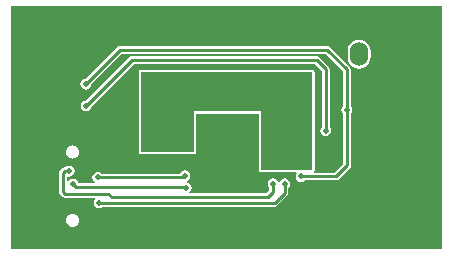
<source format=gbl>
G04*
G04 #@! TF.GenerationSoftware,Altium Limited,Altium Designer,20.2.6 (244)*
G04*
G04 Layer_Physical_Order=2*
G04 Layer_Color=16711680*
%FSLAX25Y25*%
%MOIN*%
G70*
G04*
G04 #@! TF.SameCoordinates,3D68E59D-D58F-4EE4-A00C-4EB088E58223*
G04*
G04*
G04 #@! TF.FilePolarity,Positive*
G04*
G01*
G75*
%ADD11C,0.01000*%
%ADD56O,0.07874X0.04331*%
%ADD57O,0.07087X0.04724*%
%ADD58R,0.06000X0.08000*%
%ADD59O,0.06000X0.08000*%
%ADD60C,0.02000*%
%ADD61C,0.03000*%
%ADD62R,0.06000X0.05000*%
G36*
X307442Y296058D02*
X163558D01*
X163558Y376942D01*
X307442D01*
Y296058D01*
D02*
G37*
%LPC*%
G36*
X279657Y365820D02*
X278669Y365690D01*
X277747Y365308D01*
X276956Y364701D01*
X276349Y363910D01*
X275968Y362989D01*
X275837Y362000D01*
Y360000D01*
X275968Y359011D01*
X276349Y358090D01*
X276956Y357299D01*
X277747Y356692D01*
X278669Y356310D01*
X279657Y356180D01*
X280646Y356310D01*
X281567Y356692D01*
X282359Y357299D01*
X282966Y358090D01*
X283347Y359011D01*
X283477Y360000D01*
Y362000D01*
X283347Y362989D01*
X282966Y363910D01*
X282359Y364701D01*
X281567Y365308D01*
X280646Y365690D01*
X279657Y365820D01*
D02*
G37*
G36*
X265500Y360313D02*
X204004D01*
X203501Y360213D01*
X203076Y359928D01*
X188666Y345518D01*
X188011Y345388D01*
X187420Y344993D01*
X187024Y344402D01*
X186886Y343705D01*
X187024Y343007D01*
X187420Y342416D01*
X188011Y342021D01*
X188708Y341882D01*
X189406Y342021D01*
X189997Y342416D01*
X190392Y343007D01*
X190522Y343662D01*
X204547Y357687D01*
X264956D01*
X267187Y355456D01*
Y336753D01*
X266816Y336197D01*
X266678Y335500D01*
X266816Y334803D01*
X267211Y334211D01*
X267803Y333816D01*
X268500Y333678D01*
X269197Y333816D01*
X269789Y334211D01*
X270184Y334803D01*
X270322Y335500D01*
X270184Y336197D01*
X269813Y336753D01*
Y356000D01*
X269713Y356502D01*
X269428Y356928D01*
X266428Y359928D01*
X266002Y360213D01*
X265500Y360313D01*
D02*
G37*
G36*
X184152Y330558D02*
X184138Y330555D01*
X184123Y330558D01*
X183852Y330553D01*
X183702Y330520D01*
X183549Y330488D01*
X183052Y330274D01*
X182924Y330186D01*
X182796Y330099D01*
X182417Y329712D01*
X182332Y329583D01*
X182246Y329453D01*
X182041Y328952D01*
X182012Y328799D01*
X181982Y328648D01*
X181982Y328106D01*
X182012Y327953D01*
X182041Y327803D01*
X182246Y327301D01*
X182332Y327172D01*
X182417Y327043D01*
X182796Y326656D01*
X182923Y326569D01*
X183052Y326481D01*
X183549Y326267D01*
X183702Y326235D01*
X183852Y326202D01*
X184123Y326197D01*
X184130Y326198D01*
X184137Y326197D01*
X184145Y326198D01*
X184152Y326197D01*
X184423Y326202D01*
X184573Y326235D01*
X184725Y326267D01*
X185223Y326481D01*
X185351Y326569D01*
X185479Y326656D01*
X185858Y327042D01*
X185943Y327172D01*
X186029Y327301D01*
X186234Y327802D01*
X186263Y327955D01*
X186293Y328106D01*
X186293Y328648D01*
X186263Y328801D01*
X186234Y328952D01*
X186029Y329453D01*
X185943Y329583D01*
X185858Y329712D01*
X185479Y330099D01*
X185352Y330185D01*
X185223Y330274D01*
X184726Y330488D01*
X184574Y330520D01*
X184423Y330553D01*
X184152Y330558D01*
D02*
G37*
G36*
X269000Y363813D02*
X200000D01*
X199498Y363713D01*
X199072Y363428D01*
X188458Y352814D01*
X187803Y352684D01*
X187211Y352289D01*
X186816Y351697D01*
X186678Y351000D01*
X186816Y350303D01*
X187211Y349711D01*
X187803Y349316D01*
X188500Y349178D01*
X189197Y349316D01*
X189789Y349711D01*
X190184Y350303D01*
X190314Y350958D01*
X200544Y361187D01*
X268456D01*
X274187Y355456D01*
Y343753D01*
X273816Y343197D01*
X273678Y342500D01*
X273816Y341803D01*
X274211Y341211D01*
X274340Y341125D01*
Y324429D01*
X271431Y321520D01*
X264848D01*
X264726Y321699D01*
X264626Y322020D01*
X264742Y322193D01*
X264803Y322500D01*
X264803Y355000D01*
X264742Y355307D01*
X264568Y355568D01*
X264307Y355742D01*
X264000Y355803D01*
X207000Y355803D01*
X206693Y355742D01*
X206432Y355568D01*
X206258Y355307D01*
X206197Y355000D01*
X206197Y328408D01*
X206258Y328101D01*
X206432Y327840D01*
X206693Y327666D01*
X207000Y327605D01*
X224500Y327605D01*
X224807Y327666D01*
X225068Y327840D01*
X225242Y328101D01*
X225303Y328408D01*
X225303Y341197D01*
X246197D01*
X246197Y322500D01*
X246258Y322193D01*
X246432Y321932D01*
X246693Y321758D01*
X246713Y321754D01*
Y321713D01*
X246922D01*
X247000Y321697D01*
X258538Y321697D01*
X258805Y321197D01*
X258609Y320904D01*
X258471Y320207D01*
X258609Y319510D01*
X259004Y318918D01*
X259595Y318523D01*
X260293Y318385D01*
X260990Y318523D01*
X261546Y318895D01*
X271975D01*
X272477Y318994D01*
X272903Y319279D01*
X276581Y322957D01*
X276866Y323383D01*
X276966Y323885D01*
Y341476D01*
X277184Y341803D01*
X277322Y342500D01*
X277184Y343197D01*
X276813Y343753D01*
Y356000D01*
X276713Y356502D01*
X276428Y356928D01*
X269928Y363428D01*
X269502Y363713D01*
X269000Y363813D01*
D02*
G37*
G36*
X183000Y323822D02*
X182303Y323684D01*
X181711Y323289D01*
X181687Y323252D01*
X181525D01*
X181023Y323152D01*
X180597Y322867D01*
X180072Y322342D01*
X179787Y321917D01*
X179687Y321414D01*
Y315086D01*
X179787Y314583D01*
X180072Y314158D01*
X180658Y313572D01*
X181084Y313287D01*
X181586Y313187D01*
X191422D01*
X191523Y313048D01*
X191644Y312687D01*
X191316Y312197D01*
X191178Y311500D01*
X191316Y310803D01*
X191711Y310211D01*
X192303Y309816D01*
X193000Y309678D01*
X193697Y309816D01*
X194253Y310187D01*
X251500D01*
X252002Y310287D01*
X252428Y310572D01*
X255726Y313870D01*
X256011Y314296D01*
X256111Y314798D01*
Y316460D01*
X256482Y317015D01*
X256621Y317713D01*
X256482Y318410D01*
X256087Y319001D01*
X255496Y319396D01*
X254798Y319535D01*
X254101Y319396D01*
X253509Y319001D01*
X253167Y318489D01*
X252894Y318445D01*
X252620Y318489D01*
X252278Y319001D01*
X251687Y319396D01*
X250989Y319535D01*
X250292Y319396D01*
X249701Y319001D01*
X249306Y318410D01*
X249167Y317713D01*
X249306Y317015D01*
X249677Y316460D01*
Y315533D01*
X248744Y314600D01*
X223274D01*
X223122Y315100D01*
X223289Y315211D01*
X223684Y315803D01*
X223822Y316500D01*
X223684Y317197D01*
X223289Y317789D01*
X222697Y318184D01*
X222226Y318278D01*
Y318787D01*
X222247Y318791D01*
X222838Y319186D01*
X223233Y319778D01*
X223372Y320475D01*
X223233Y321172D01*
X222838Y321764D01*
X222247Y322159D01*
X221550Y322298D01*
X220852Y322159D01*
X220261Y321764D01*
X219875Y321186D01*
X193835D01*
X193280Y321557D01*
X192582Y321696D01*
X191885Y321557D01*
X191294Y321162D01*
X190899Y320571D01*
X190760Y319874D01*
X190899Y319176D01*
X191294Y318585D01*
X191543Y318419D01*
X191391Y317919D01*
X186058D01*
X185977Y318328D01*
X185582Y318919D01*
X184990Y319314D01*
X184293Y319453D01*
X183596Y319314D01*
X183004Y318919D01*
X182813Y318632D01*
X182313Y318784D01*
Y319920D01*
X182699Y320237D01*
X183000Y320178D01*
X183697Y320316D01*
X184289Y320711D01*
X184684Y321303D01*
X184822Y322000D01*
X184684Y322697D01*
X184289Y323289D01*
X183697Y323684D01*
X183000Y323822D01*
D02*
G37*
G36*
X184152Y307802D02*
X184138Y307799D01*
X184123Y307802D01*
X183852Y307797D01*
X183702Y307764D01*
X183549Y307732D01*
X183052Y307518D01*
X182924Y307430D01*
X182796Y307343D01*
X182417Y306956D01*
X182332Y306826D01*
X182246Y306698D01*
X182041Y306196D01*
X182012Y306043D01*
X181982Y305892D01*
X181982Y305350D01*
X182012Y305197D01*
X182041Y305047D01*
X182246Y304545D01*
X182332Y304416D01*
X182417Y304287D01*
X182796Y303900D01*
X182923Y303813D01*
X183052Y303725D01*
X183549Y303511D01*
X183702Y303479D01*
X183852Y303446D01*
X184123Y303441D01*
X184130Y303442D01*
X184137Y303441D01*
X184145Y303442D01*
X184152Y303441D01*
X184423Y303446D01*
X184573Y303479D01*
X184725Y303511D01*
X185223Y303725D01*
X185351Y303813D01*
X185479Y303900D01*
X185858Y304286D01*
X185943Y304416D01*
X186029Y304545D01*
X186234Y305047D01*
X186263Y305199D01*
X186293Y305350D01*
X186293Y305892D01*
X186263Y306045D01*
X186234Y306196D01*
X186029Y306697D01*
X185943Y306827D01*
X185858Y306956D01*
X185479Y307343D01*
X185352Y307429D01*
X185223Y307518D01*
X184726Y307732D01*
X184574Y307764D01*
X184423Y307797D01*
X184152Y307802D01*
D02*
G37*
%LPD*%
G36*
X264000Y355000D02*
X264000Y322500D01*
X247000Y322500D01*
X247000Y342000D01*
X224500D01*
X224500Y328408D01*
X207000Y328408D01*
X207000Y355000D01*
X264000Y355000D01*
D02*
G37*
D11*
X271975Y320207D02*
X275653Y323885D01*
X275500Y342500D02*
X275653Y342347D01*
Y323885D02*
Y342347D01*
X260293Y320207D02*
X271975D01*
X268500Y335500D02*
Y356000D01*
X265500Y359000D02*
X268500Y356000D01*
X204004Y359000D02*
X265500D01*
X188708Y343705D02*
X204004Y359000D01*
X188500Y351000D02*
X200000Y362500D01*
X269000D02*
X275500Y356000D01*
X200000Y362500D02*
X269000D01*
X275500Y342500D02*
Y356000D01*
X254798Y314798D02*
Y317713D01*
X251500Y311500D02*
X254798Y314798D01*
X196000Y314500D02*
X197213Y313287D01*
X249287D02*
X250989Y314989D01*
X197213Y313287D02*
X249287D01*
X193000Y311500D02*
X251500D01*
X181000Y321414D02*
X181525Y321939D01*
X181000Y315086D02*
Y321414D01*
X182939Y321939D02*
X183000Y322000D01*
X181525Y321939D02*
X182939D01*
X181000Y315086D02*
X181586Y314500D01*
X196000D01*
X185379Y316606D02*
X221894D01*
X184354Y317630D02*
X185379Y316606D01*
X184293Y317630D02*
X184354D01*
X221894Y316606D02*
X222000Y316500D01*
X250989Y314989D02*
Y317713D01*
X220677Y319874D02*
X221279Y320475D01*
X221550D01*
X192582Y319874D02*
X220677D01*
X218000Y331500D02*
X218500Y332000D01*
X220500Y336500D02*
X221000D01*
X218500Y334500D02*
X220500Y336500D01*
X218500Y332000D02*
Y334500D01*
D56*
X186186Y334028D02*
D03*
Y299973D02*
D03*
D57*
X169650Y334028D02*
D03*
Y299973D02*
D03*
D58*
X289500Y361000D02*
D03*
D59*
X279657D02*
D03*
D60*
X203500Y301000D02*
D03*
X167000Y346500D02*
D03*
Y357500D02*
D03*
Y369000D02*
D03*
X171500Y308500D02*
D03*
Y317500D02*
D03*
Y326000D02*
D03*
X301500Y357500D02*
D03*
Y367000D02*
D03*
X236500Y371500D02*
D03*
X225000D02*
D03*
X188708Y343705D02*
D03*
X188500Y351000D02*
D03*
X268500Y335500D02*
D03*
X260293Y320207D02*
D03*
X275500Y342500D02*
D03*
X193000Y311500D02*
D03*
X192582Y319874D02*
D03*
X254798Y317713D02*
D03*
X250989D02*
D03*
X222000Y316500D02*
D03*
X221550Y320475D02*
D03*
X184293Y317630D02*
D03*
X183000Y322000D02*
D03*
D61*
X223500Y306000D02*
D03*
X254000Y309500D02*
D03*
X241500Y308000D02*
D03*
X235500Y322000D02*
D03*
X231500D02*
D03*
X235500Y326000D02*
D03*
X231500D02*
D03*
X235500Y330000D02*
D03*
X231500D02*
D03*
X209500Y332000D02*
D03*
Y336500D02*
D03*
X214000Y332000D02*
D03*
X257000Y325000D02*
D03*
X261500Y334000D02*
D03*
Y325000D02*
D03*
X257000Y334000D02*
D03*
X261500Y329500D02*
D03*
X257000D02*
D03*
X214000Y336500D02*
D03*
X209500Y341000D02*
D03*
X214000D02*
D03*
D62*
X221000Y336500D02*
D03*
X230000D02*
D03*
X241500D02*
D03*
X250500D02*
D03*
X241500Y325000D02*
D03*
X250500D02*
D03*
M02*

</source>
